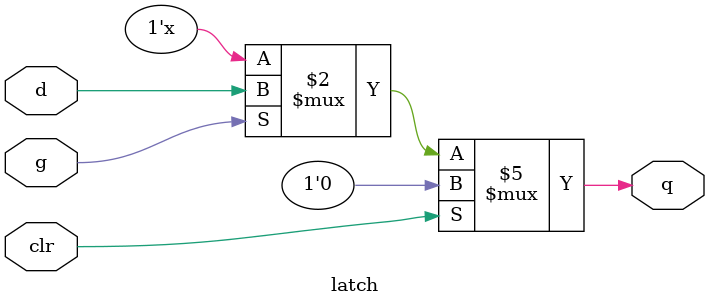
<source format=v>
module latch(q,d,g,clr);
input d,g,clr;
output q;
reg q;
always @(g or d or clr)
    begin
        if(clr)
            q=1'b0;
        else if(g)
            q<=d;        
    end
endmodule

</source>
